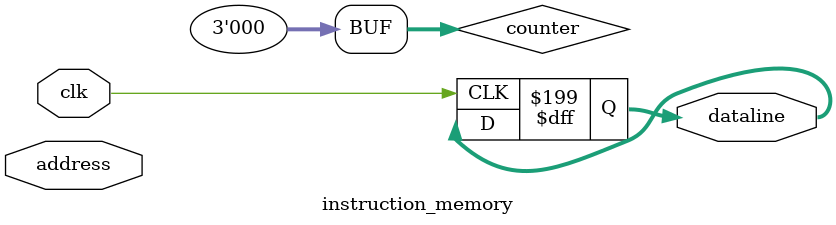
<source format=v>
`timescale 1ns / 1ps

module instruction_memory(
	input clk,  
	input [31:0] address, 
	output reg [127:0] dataline);

	// counter
	reg [2:0] counter;
	
	// memory
	reg [7:0] memory[0:512];
	
	// initial memory
	integer i;
	initial begin
		counter = 0;
		memory[0] = 'h00; //add $1, $2, $3
		memory[1] = 'h08;
		memory[2] = 'h43;
		memory[3] = 'h00;
		
		memory[4] = 'h01; //sub $4, $5, $6
		memory[5] = 'h20;
		memory[6] = 'hA6;
		memory[7] = 'h00;
		
		memory[8] = 'h02; //and $7, $8, $9
		memory[9] = 'h38;
		memory[10] = 'h09;
		memory[11] = 'h01;
		
		memory[12] = 'h03; //or $10, $11, $12
		memory[13] = 'h50;
		memory[14] = 'h6C;
		memory[15] = 'h01;
		
		memory[16] = 'h04; //slt $13, $14, $15
		memory[17] = 'h68;
		memory[18] = 'hCF;
		memory[19] = 'h01;
		
		memory[20] = 'h07; //not $16, $17
		memory[21] = 'h80;
		memory[22] = 'h20;
		memory[23] = 'h02;
		
		memory[24] = 'h04; //sw $18, 4($19)
		memory[25] = 'h00;
		memory[26] = 'h72;
		memory[27] = 'h16;
		
		memory[28] = 'h15; //addi $20, $21, 21
		memory[29] = 'h00;
		memory[30] = 'hB4;
		memory[31] = 'h1E;
		
		memory[32] = 'h17; //slti $22, $23, 23
		memory[33] = 'h00;
		memory[34] = 'hF6;
		memory[35] = 'h06;
		
		memory[36] = 'hC5; //lsl $24, $25, 3
		memory[37] = 'hC0;
		memory[38] = 'h20;
		memory[39] = 'h03;
		
		memory[40] = 'hC6; //lsr $26, $27, 3
		memory[41] = 'hD0;
		memory[42] = 'h60;
		memory[43] = 'h03;
		
		memory[44] = 'h04; //lw $18, 4($19)
		memory[45] = 'h00;
		memory[46] = 'h72;
		memory[47] = 'h12;
		
		memory[48] = 'hF3; //beq $0, $0, -13
		memory[49] = 'hFF;
		memory[50] = 'h00;
		memory[51] = 'h18;
	end
	
	// return dataline from memory
	always @(posedge clk)begin
		if (counter == 4)begin
			dataline = {memory[address+15], memory[address+14], memory[address+13], memory[address+12]
										 ,memory[address+11], memory[address+10], memory[address+9], memory[address+8]
										 ,memory[address+7], memory[address+6], memory[address+5], memory[address+4]
										 ,memory[address+3], memory[address+2], memory[address+1], memory[address]};
			// reset counter
			counter = 0;
		end
		else begin
			// add counter
			counter = counter + 1;
		end
	end
	always @(address)begin
		counter = 0;
	end
	
	
	
endmodule
</source>
